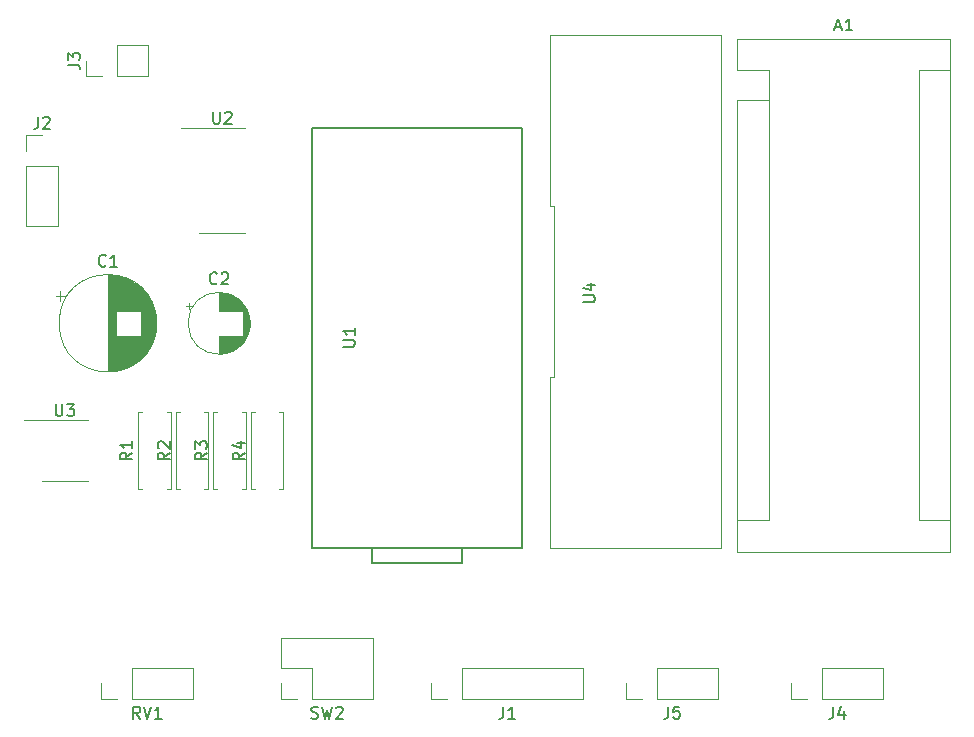
<source format=gbr>
%TF.GenerationSoftware,KiCad,Pcbnew,5.1.10*%
%TF.CreationDate,2021-07-23T12:05:05+02:00*%
%TF.ProjectId,kicad,6b696361-642e-46b6-9963-61645f706362,rev?*%
%TF.SameCoordinates,Original*%
%TF.FileFunction,Legend,Top*%
%TF.FilePolarity,Positive*%
%FSLAX46Y46*%
G04 Gerber Fmt 4.6, Leading zero omitted, Abs format (unit mm)*
G04 Created by KiCad (PCBNEW 5.1.10) date 2021-07-23 12:05:05*
%MOMM*%
%LPD*%
G01*
G04 APERTURE LIST*
%ADD10C,0.150000*%
%ADD11C,0.120000*%
G04 APERTURE END LIST*
D10*
%TO.C,U1*%
X151130000Y-68523400D02*
X168910000Y-68523400D01*
X168910000Y-68523400D02*
X168910000Y-32963400D01*
X168910000Y-32963400D02*
X151130000Y-32963400D01*
X151130000Y-32963400D02*
X151130000Y-68523400D01*
X156210000Y-68523400D02*
X156210000Y-69793400D01*
X156210000Y-69793400D02*
X163830000Y-69793400D01*
X163830000Y-69793400D02*
X163830000Y-68523400D01*
D11*
%TO.C,R4*%
X148690000Y-57055000D02*
X148360000Y-57055000D01*
X148690000Y-63595000D02*
X148690000Y-57055000D01*
X148360000Y-63595000D02*
X148690000Y-63595000D01*
X145950000Y-57055000D02*
X146280000Y-57055000D01*
X145950000Y-63595000D02*
X145950000Y-57055000D01*
X146280000Y-63595000D02*
X145950000Y-63595000D01*
%TO.C,R3*%
X145515000Y-57055000D02*
X145185000Y-57055000D01*
X145515000Y-63595000D02*
X145515000Y-57055000D01*
X145185000Y-63595000D02*
X145515000Y-63595000D01*
X142775000Y-57055000D02*
X143105000Y-57055000D01*
X142775000Y-63595000D02*
X142775000Y-57055000D01*
X143105000Y-63595000D02*
X142775000Y-63595000D01*
%TO.C,R2*%
X142340000Y-57055000D02*
X142010000Y-57055000D01*
X142340000Y-63595000D02*
X142340000Y-57055000D01*
X142010000Y-63595000D02*
X142340000Y-63595000D01*
X139600000Y-57055000D02*
X139930000Y-57055000D01*
X139600000Y-63595000D02*
X139600000Y-57055000D01*
X139930000Y-63595000D02*
X139600000Y-63595000D01*
%TO.C,R1*%
X139165000Y-57055000D02*
X138835000Y-57055000D01*
X139165000Y-63595000D02*
X139165000Y-57055000D01*
X138835000Y-63595000D02*
X139165000Y-63595000D01*
X136425000Y-57055000D02*
X136755000Y-57055000D01*
X136425000Y-63595000D02*
X136425000Y-57055000D01*
X136755000Y-63595000D02*
X136425000Y-63595000D01*
%TO.C,SW2*%
X148530000Y-81340000D02*
X148530000Y-80010000D01*
X149860000Y-81340000D02*
X148530000Y-81340000D01*
X148530000Y-78740000D02*
X148530000Y-76140000D01*
X151130000Y-78740000D02*
X148530000Y-78740000D01*
X151130000Y-81340000D02*
X151130000Y-78740000D01*
X148530000Y-76140000D02*
X156270000Y-76140000D01*
X151130000Y-81340000D02*
X156270000Y-81340000D01*
X156270000Y-81340000D02*
X156270000Y-76140000D01*
%TO.C,RV1*%
X133290000Y-81340000D02*
X133290000Y-80010000D01*
X134620000Y-81340000D02*
X133290000Y-81340000D01*
X135890000Y-81340000D02*
X135890000Y-78680000D01*
X135890000Y-78680000D02*
X141030000Y-78680000D01*
X135890000Y-81340000D02*
X141030000Y-81340000D01*
X141030000Y-81340000D02*
X141030000Y-78680000D01*
%TO.C,J5*%
X177740000Y-81340000D02*
X177740000Y-80010000D01*
X179070000Y-81340000D02*
X177740000Y-81340000D01*
X180340000Y-81340000D02*
X180340000Y-78680000D01*
X180340000Y-78680000D02*
X185480000Y-78680000D01*
X180340000Y-81340000D02*
X185480000Y-81340000D01*
X185480000Y-81340000D02*
X185480000Y-78680000D01*
%TO.C,J4*%
X191710000Y-81340000D02*
X191710000Y-80010000D01*
X193040000Y-81340000D02*
X191710000Y-81340000D01*
X194310000Y-81340000D02*
X194310000Y-78680000D01*
X194310000Y-78680000D02*
X199450000Y-78680000D01*
X194310000Y-81340000D02*
X199450000Y-81340000D01*
X199450000Y-81340000D02*
X199450000Y-78680000D01*
%TO.C,J3*%
X132020000Y-28635000D02*
X132020000Y-27305000D01*
X133350000Y-28635000D02*
X132020000Y-28635000D01*
X134620000Y-28635000D02*
X134620000Y-25975000D01*
X134620000Y-25975000D02*
X137220000Y-25975000D01*
X134620000Y-28635000D02*
X137220000Y-28635000D01*
X137220000Y-28635000D02*
X137220000Y-25975000D01*
%TO.C,J2*%
X126940000Y-33595000D02*
X128270000Y-33595000D01*
X126940000Y-34925000D02*
X126940000Y-33595000D01*
X126940000Y-36195000D02*
X129600000Y-36195000D01*
X129600000Y-36195000D02*
X129600000Y-41335000D01*
X126940000Y-36195000D02*
X126940000Y-41335000D01*
X126940000Y-41335000D02*
X129600000Y-41335000D01*
%TO.C,J1*%
X161230000Y-81340000D02*
X161230000Y-80010000D01*
X162560000Y-81340000D02*
X161230000Y-81340000D01*
X163830000Y-81340000D02*
X163830000Y-78680000D01*
X163830000Y-78680000D02*
X174050000Y-78680000D01*
X163830000Y-81340000D02*
X174050000Y-81340000D01*
X174050000Y-81340000D02*
X174050000Y-78680000D01*
%TO.C,U4*%
X171280000Y-54105000D02*
X171280000Y-68585000D01*
X171640000Y-54105000D02*
X171280000Y-54105000D01*
X171640000Y-39625000D02*
X171640000Y-54105000D01*
X171280000Y-39625000D02*
X171640000Y-39625000D01*
X171280001Y-25145000D02*
X171280000Y-39625000D01*
X185780000Y-25145000D02*
X171280001Y-25145000D01*
X185779999Y-68585000D02*
X185780000Y-25145000D01*
X171280000Y-68585000D02*
X185779999Y-68585000D01*
%TO.C,U3*%
X130175000Y-57765000D02*
X126725000Y-57765000D01*
X130175000Y-57765000D02*
X132125000Y-57765000D01*
X130175000Y-62885000D02*
X128225000Y-62885000D01*
X130175000Y-62885000D02*
X132125000Y-62885000D01*
%TO.C,U2*%
X143510000Y-33030000D02*
X140060000Y-33030000D01*
X143510000Y-33030000D02*
X145460000Y-33030000D01*
X143510000Y-41900000D02*
X141560000Y-41900000D01*
X143510000Y-41900000D02*
X145460000Y-41900000D01*
%TO.C,C2*%
X145860000Y-49530000D02*
G75*
G03*
X145860000Y-49530000I-2620000J0D01*
G01*
X143240000Y-50570000D02*
X143240000Y-52110000D01*
X143240000Y-46950000D02*
X143240000Y-48490000D01*
X143280000Y-50570000D02*
X143280000Y-52110000D01*
X143280000Y-46950000D02*
X143280000Y-48490000D01*
X143320000Y-46951000D02*
X143320000Y-48490000D01*
X143320000Y-50570000D02*
X143320000Y-52109000D01*
X143360000Y-46952000D02*
X143360000Y-48490000D01*
X143360000Y-50570000D02*
X143360000Y-52108000D01*
X143400000Y-46954000D02*
X143400000Y-48490000D01*
X143400000Y-50570000D02*
X143400000Y-52106000D01*
X143440000Y-46957000D02*
X143440000Y-48490000D01*
X143440000Y-50570000D02*
X143440000Y-52103000D01*
X143480000Y-46961000D02*
X143480000Y-48490000D01*
X143480000Y-50570000D02*
X143480000Y-52099000D01*
X143520000Y-46965000D02*
X143520000Y-48490000D01*
X143520000Y-50570000D02*
X143520000Y-52095000D01*
X143560000Y-46969000D02*
X143560000Y-48490000D01*
X143560000Y-50570000D02*
X143560000Y-52091000D01*
X143600000Y-46974000D02*
X143600000Y-48490000D01*
X143600000Y-50570000D02*
X143600000Y-52086000D01*
X143640000Y-46980000D02*
X143640000Y-48490000D01*
X143640000Y-50570000D02*
X143640000Y-52080000D01*
X143680000Y-46987000D02*
X143680000Y-48490000D01*
X143680000Y-50570000D02*
X143680000Y-52073000D01*
X143720000Y-46994000D02*
X143720000Y-48490000D01*
X143720000Y-50570000D02*
X143720000Y-52066000D01*
X143760000Y-47002000D02*
X143760000Y-48490000D01*
X143760000Y-50570000D02*
X143760000Y-52058000D01*
X143800000Y-47010000D02*
X143800000Y-48490000D01*
X143800000Y-50570000D02*
X143800000Y-52050000D01*
X143840000Y-47019000D02*
X143840000Y-48490000D01*
X143840000Y-50570000D02*
X143840000Y-52041000D01*
X143880000Y-47029000D02*
X143880000Y-48490000D01*
X143880000Y-50570000D02*
X143880000Y-52031000D01*
X143920000Y-47039000D02*
X143920000Y-48490000D01*
X143920000Y-50570000D02*
X143920000Y-52021000D01*
X143961000Y-47050000D02*
X143961000Y-48490000D01*
X143961000Y-50570000D02*
X143961000Y-52010000D01*
X144001000Y-47062000D02*
X144001000Y-48490000D01*
X144001000Y-50570000D02*
X144001000Y-51998000D01*
X144041000Y-47075000D02*
X144041000Y-48490000D01*
X144041000Y-50570000D02*
X144041000Y-51985000D01*
X144081000Y-47088000D02*
X144081000Y-48490000D01*
X144081000Y-50570000D02*
X144081000Y-51972000D01*
X144121000Y-47102000D02*
X144121000Y-48490000D01*
X144121000Y-50570000D02*
X144121000Y-51958000D01*
X144161000Y-47116000D02*
X144161000Y-48490000D01*
X144161000Y-50570000D02*
X144161000Y-51944000D01*
X144201000Y-47132000D02*
X144201000Y-48490000D01*
X144201000Y-50570000D02*
X144201000Y-51928000D01*
X144241000Y-47148000D02*
X144241000Y-48490000D01*
X144241000Y-50570000D02*
X144241000Y-51912000D01*
X144281000Y-47165000D02*
X144281000Y-48490000D01*
X144281000Y-50570000D02*
X144281000Y-51895000D01*
X144321000Y-47182000D02*
X144321000Y-48490000D01*
X144321000Y-50570000D02*
X144321000Y-51878000D01*
X144361000Y-47201000D02*
X144361000Y-48490000D01*
X144361000Y-50570000D02*
X144361000Y-51859000D01*
X144401000Y-47220000D02*
X144401000Y-48490000D01*
X144401000Y-50570000D02*
X144401000Y-51840000D01*
X144441000Y-47240000D02*
X144441000Y-48490000D01*
X144441000Y-50570000D02*
X144441000Y-51820000D01*
X144481000Y-47262000D02*
X144481000Y-48490000D01*
X144481000Y-50570000D02*
X144481000Y-51798000D01*
X144521000Y-47283000D02*
X144521000Y-48490000D01*
X144521000Y-50570000D02*
X144521000Y-51777000D01*
X144561000Y-47306000D02*
X144561000Y-48490000D01*
X144561000Y-50570000D02*
X144561000Y-51754000D01*
X144601000Y-47330000D02*
X144601000Y-48490000D01*
X144601000Y-50570000D02*
X144601000Y-51730000D01*
X144641000Y-47355000D02*
X144641000Y-48490000D01*
X144641000Y-50570000D02*
X144641000Y-51705000D01*
X144681000Y-47381000D02*
X144681000Y-48490000D01*
X144681000Y-50570000D02*
X144681000Y-51679000D01*
X144721000Y-47408000D02*
X144721000Y-48490000D01*
X144721000Y-50570000D02*
X144721000Y-51652000D01*
X144761000Y-47435000D02*
X144761000Y-48490000D01*
X144761000Y-50570000D02*
X144761000Y-51625000D01*
X144801000Y-47465000D02*
X144801000Y-48490000D01*
X144801000Y-50570000D02*
X144801000Y-51595000D01*
X144841000Y-47495000D02*
X144841000Y-48490000D01*
X144841000Y-50570000D02*
X144841000Y-51565000D01*
X144881000Y-47526000D02*
X144881000Y-48490000D01*
X144881000Y-50570000D02*
X144881000Y-51534000D01*
X144921000Y-47559000D02*
X144921000Y-48490000D01*
X144921000Y-50570000D02*
X144921000Y-51501000D01*
X144961000Y-47593000D02*
X144961000Y-48490000D01*
X144961000Y-50570000D02*
X144961000Y-51467000D01*
X145001000Y-47629000D02*
X145001000Y-48490000D01*
X145001000Y-50570000D02*
X145001000Y-51431000D01*
X145041000Y-47666000D02*
X145041000Y-48490000D01*
X145041000Y-50570000D02*
X145041000Y-51394000D01*
X145081000Y-47704000D02*
X145081000Y-48490000D01*
X145081000Y-50570000D02*
X145081000Y-51356000D01*
X145121000Y-47745000D02*
X145121000Y-48490000D01*
X145121000Y-50570000D02*
X145121000Y-51315000D01*
X145161000Y-47787000D02*
X145161000Y-48490000D01*
X145161000Y-50570000D02*
X145161000Y-51273000D01*
X145201000Y-47831000D02*
X145201000Y-48490000D01*
X145201000Y-50570000D02*
X145201000Y-51229000D01*
X145241000Y-47877000D02*
X145241000Y-48490000D01*
X145241000Y-50570000D02*
X145241000Y-51183000D01*
X145281000Y-47925000D02*
X145281000Y-51135000D01*
X145321000Y-47976000D02*
X145321000Y-51084000D01*
X145361000Y-48030000D02*
X145361000Y-51030000D01*
X145401000Y-48087000D02*
X145401000Y-50973000D01*
X145441000Y-48147000D02*
X145441000Y-50913000D01*
X145481000Y-48211000D02*
X145481000Y-50849000D01*
X145521000Y-48279000D02*
X145521000Y-50781000D01*
X145561000Y-48352000D02*
X145561000Y-50708000D01*
X145601000Y-48432000D02*
X145601000Y-50628000D01*
X145641000Y-48519000D02*
X145641000Y-50541000D01*
X145681000Y-48615000D02*
X145681000Y-50445000D01*
X145721000Y-48725000D02*
X145721000Y-50335000D01*
X145761000Y-48853000D02*
X145761000Y-50207000D01*
X145801000Y-49012000D02*
X145801000Y-50048000D01*
X145841000Y-49246000D02*
X145841000Y-49814000D01*
X140435225Y-48055000D02*
X140935225Y-48055000D01*
X140685225Y-47805000D02*
X140685225Y-48305000D01*
%TO.C,C1*%
X129820302Y-46815000D02*
X129820302Y-47615000D01*
X129420302Y-47215000D02*
X130220302Y-47215000D01*
X137911000Y-48997000D02*
X137911000Y-50063000D01*
X137871000Y-48762000D02*
X137871000Y-50298000D01*
X137831000Y-48582000D02*
X137831000Y-50478000D01*
X137791000Y-48432000D02*
X137791000Y-50628000D01*
X137751000Y-48301000D02*
X137751000Y-50759000D01*
X137711000Y-48184000D02*
X137711000Y-50876000D01*
X137671000Y-48077000D02*
X137671000Y-50983000D01*
X137631000Y-47978000D02*
X137631000Y-51082000D01*
X137591000Y-47885000D02*
X137591000Y-51175000D01*
X137551000Y-47799000D02*
X137551000Y-51261000D01*
X137511000Y-47717000D02*
X137511000Y-51343000D01*
X137471000Y-47640000D02*
X137471000Y-51420000D01*
X137431000Y-47566000D02*
X137431000Y-51494000D01*
X137391000Y-47496000D02*
X137391000Y-51564000D01*
X137351000Y-47428000D02*
X137351000Y-51632000D01*
X137311000Y-47364000D02*
X137311000Y-51696000D01*
X137271000Y-47302000D02*
X137271000Y-51758000D01*
X137231000Y-47243000D02*
X137231000Y-51817000D01*
X137191000Y-47185000D02*
X137191000Y-51875000D01*
X137151000Y-47130000D02*
X137151000Y-51930000D01*
X137111000Y-47076000D02*
X137111000Y-51984000D01*
X137071000Y-47025000D02*
X137071000Y-52035000D01*
X137031000Y-46974000D02*
X137031000Y-52086000D01*
X136991000Y-46926000D02*
X136991000Y-52134000D01*
X136951000Y-46879000D02*
X136951000Y-52181000D01*
X136911000Y-46833000D02*
X136911000Y-52227000D01*
X136871000Y-46789000D02*
X136871000Y-52271000D01*
X136831000Y-46746000D02*
X136831000Y-52314000D01*
X136791000Y-46704000D02*
X136791000Y-52356000D01*
X136751000Y-46663000D02*
X136751000Y-52397000D01*
X136711000Y-46623000D02*
X136711000Y-52437000D01*
X136671000Y-46585000D02*
X136671000Y-52475000D01*
X136631000Y-46547000D02*
X136631000Y-52513000D01*
X136591000Y-50570000D02*
X136591000Y-52549000D01*
X136591000Y-46511000D02*
X136591000Y-48490000D01*
X136551000Y-50570000D02*
X136551000Y-52585000D01*
X136551000Y-46475000D02*
X136551000Y-48490000D01*
X136511000Y-50570000D02*
X136511000Y-52620000D01*
X136511000Y-46440000D02*
X136511000Y-48490000D01*
X136471000Y-50570000D02*
X136471000Y-52654000D01*
X136471000Y-46406000D02*
X136471000Y-48490000D01*
X136431000Y-50570000D02*
X136431000Y-52686000D01*
X136431000Y-46374000D02*
X136431000Y-48490000D01*
X136391000Y-50570000D02*
X136391000Y-52719000D01*
X136391000Y-46341000D02*
X136391000Y-48490000D01*
X136351000Y-50570000D02*
X136351000Y-52750000D01*
X136351000Y-46310000D02*
X136351000Y-48490000D01*
X136311000Y-50570000D02*
X136311000Y-52780000D01*
X136311000Y-46280000D02*
X136311000Y-48490000D01*
X136271000Y-50570000D02*
X136271000Y-52810000D01*
X136271000Y-46250000D02*
X136271000Y-48490000D01*
X136231000Y-50570000D02*
X136231000Y-52839000D01*
X136231000Y-46221000D02*
X136231000Y-48490000D01*
X136191000Y-50570000D02*
X136191000Y-52868000D01*
X136191000Y-46192000D02*
X136191000Y-48490000D01*
X136151000Y-50570000D02*
X136151000Y-52895000D01*
X136151000Y-46165000D02*
X136151000Y-48490000D01*
X136111000Y-50570000D02*
X136111000Y-52922000D01*
X136111000Y-46138000D02*
X136111000Y-48490000D01*
X136071000Y-50570000D02*
X136071000Y-52948000D01*
X136071000Y-46112000D02*
X136071000Y-48490000D01*
X136031000Y-50570000D02*
X136031000Y-52974000D01*
X136031000Y-46086000D02*
X136031000Y-48490000D01*
X135991000Y-50570000D02*
X135991000Y-52999000D01*
X135991000Y-46061000D02*
X135991000Y-48490000D01*
X135951000Y-50570000D02*
X135951000Y-53023000D01*
X135951000Y-46037000D02*
X135951000Y-48490000D01*
X135911000Y-50570000D02*
X135911000Y-53047000D01*
X135911000Y-46013000D02*
X135911000Y-48490000D01*
X135871000Y-50570000D02*
X135871000Y-53070000D01*
X135871000Y-45990000D02*
X135871000Y-48490000D01*
X135831000Y-50570000D02*
X135831000Y-53092000D01*
X135831000Y-45968000D02*
X135831000Y-48490000D01*
X135791000Y-50570000D02*
X135791000Y-53114000D01*
X135791000Y-45946000D02*
X135791000Y-48490000D01*
X135751000Y-50570000D02*
X135751000Y-53136000D01*
X135751000Y-45924000D02*
X135751000Y-48490000D01*
X135711000Y-50570000D02*
X135711000Y-53157000D01*
X135711000Y-45903000D02*
X135711000Y-48490000D01*
X135671000Y-50570000D02*
X135671000Y-53177000D01*
X135671000Y-45883000D02*
X135671000Y-48490000D01*
X135631000Y-50570000D02*
X135631000Y-53196000D01*
X135631000Y-45864000D02*
X135631000Y-48490000D01*
X135591000Y-50570000D02*
X135591000Y-53216000D01*
X135591000Y-45844000D02*
X135591000Y-48490000D01*
X135551000Y-50570000D02*
X135551000Y-53234000D01*
X135551000Y-45826000D02*
X135551000Y-48490000D01*
X135511000Y-50570000D02*
X135511000Y-53252000D01*
X135511000Y-45808000D02*
X135511000Y-48490000D01*
X135471000Y-50570000D02*
X135471000Y-53270000D01*
X135471000Y-45790000D02*
X135471000Y-48490000D01*
X135431000Y-50570000D02*
X135431000Y-53287000D01*
X135431000Y-45773000D02*
X135431000Y-48490000D01*
X135391000Y-50570000D02*
X135391000Y-53304000D01*
X135391000Y-45756000D02*
X135391000Y-48490000D01*
X135351000Y-50570000D02*
X135351000Y-53320000D01*
X135351000Y-45740000D02*
X135351000Y-48490000D01*
X135311000Y-50570000D02*
X135311000Y-53335000D01*
X135311000Y-45725000D02*
X135311000Y-48490000D01*
X135271000Y-50570000D02*
X135271000Y-53351000D01*
X135271000Y-45709000D02*
X135271000Y-48490000D01*
X135231000Y-50570000D02*
X135231000Y-53365000D01*
X135231000Y-45695000D02*
X135231000Y-48490000D01*
X135191000Y-50570000D02*
X135191000Y-53380000D01*
X135191000Y-45680000D02*
X135191000Y-48490000D01*
X135151000Y-50570000D02*
X135151000Y-53393000D01*
X135151000Y-45667000D02*
X135151000Y-48490000D01*
X135111000Y-50570000D02*
X135111000Y-53407000D01*
X135111000Y-45653000D02*
X135111000Y-48490000D01*
X135071000Y-50570000D02*
X135071000Y-53419000D01*
X135071000Y-45641000D02*
X135071000Y-48490000D01*
X135031000Y-50570000D02*
X135031000Y-53432000D01*
X135031000Y-45628000D02*
X135031000Y-48490000D01*
X134991000Y-50570000D02*
X134991000Y-53444000D01*
X134991000Y-45616000D02*
X134991000Y-48490000D01*
X134951000Y-50570000D02*
X134951000Y-53455000D01*
X134951000Y-45605000D02*
X134951000Y-48490000D01*
X134911000Y-50570000D02*
X134911000Y-53466000D01*
X134911000Y-45594000D02*
X134911000Y-48490000D01*
X134871000Y-50570000D02*
X134871000Y-53477000D01*
X134871000Y-45583000D02*
X134871000Y-48490000D01*
X134831000Y-50570000D02*
X134831000Y-53487000D01*
X134831000Y-45573000D02*
X134831000Y-48490000D01*
X134791000Y-50570000D02*
X134791000Y-53497000D01*
X134791000Y-45563000D02*
X134791000Y-48490000D01*
X134751000Y-50570000D02*
X134751000Y-53506000D01*
X134751000Y-45554000D02*
X134751000Y-48490000D01*
X134711000Y-50570000D02*
X134711000Y-53515000D01*
X134711000Y-45545000D02*
X134711000Y-48490000D01*
X134671000Y-50570000D02*
X134671000Y-53524000D01*
X134671000Y-45536000D02*
X134671000Y-48490000D01*
X134631000Y-50570000D02*
X134631000Y-53532000D01*
X134631000Y-45528000D02*
X134631000Y-48490000D01*
X134591000Y-50570000D02*
X134591000Y-53540000D01*
X134591000Y-45520000D02*
X134591000Y-48490000D01*
X134551000Y-50570000D02*
X134551000Y-53547000D01*
X134551000Y-45513000D02*
X134551000Y-48490000D01*
X134510000Y-45506000D02*
X134510000Y-53554000D01*
X134470000Y-45500000D02*
X134470000Y-53560000D01*
X134430000Y-45493000D02*
X134430000Y-53567000D01*
X134390000Y-45488000D02*
X134390000Y-53572000D01*
X134350000Y-45482000D02*
X134350000Y-53578000D01*
X134310000Y-45478000D02*
X134310000Y-53582000D01*
X134270000Y-45473000D02*
X134270000Y-53587000D01*
X134230000Y-45469000D02*
X134230000Y-53591000D01*
X134190000Y-45465000D02*
X134190000Y-53595000D01*
X134150000Y-45462000D02*
X134150000Y-53598000D01*
X134110000Y-45459000D02*
X134110000Y-53601000D01*
X134070000Y-45456000D02*
X134070000Y-53604000D01*
X134030000Y-45454000D02*
X134030000Y-53606000D01*
X133990000Y-45453000D02*
X133990000Y-53607000D01*
X133950000Y-45451000D02*
X133950000Y-53609000D01*
X133910000Y-45450000D02*
X133910000Y-53610000D01*
X133870000Y-45450000D02*
X133870000Y-53610000D01*
X133830000Y-45450000D02*
X133830000Y-53610000D01*
X137950000Y-49530000D02*
G75*
G03*
X137950000Y-49530000I-4120000J0D01*
G01*
%TO.C,A1*%
X205170000Y-25425000D02*
X187130000Y-25425000D01*
X205170000Y-68865000D02*
X205170000Y-25425000D01*
X187130000Y-68865000D02*
X205170000Y-68865000D01*
X189800000Y-66195000D02*
X187130000Y-66195000D01*
X189800000Y-30635000D02*
X189800000Y-66195000D01*
X189800000Y-30635000D02*
X187130000Y-30635000D01*
X202500000Y-66195000D02*
X205170000Y-66195000D01*
X202500000Y-28095000D02*
X202500000Y-66195000D01*
X202500000Y-28095000D02*
X205170000Y-28095000D01*
X187130000Y-25425000D02*
X187130000Y-28095000D01*
X187130000Y-30635000D02*
X187130000Y-68865000D01*
X189800000Y-28095000D02*
X187130000Y-28095000D01*
X189800000Y-30635000D02*
X189800000Y-28095000D01*
%TO.C,U1*%
D10*
X153757380Y-51505304D02*
X154566904Y-51505304D01*
X154662142Y-51457685D01*
X154709761Y-51410066D01*
X154757380Y-51314828D01*
X154757380Y-51124352D01*
X154709761Y-51029114D01*
X154662142Y-50981495D01*
X154566904Y-50933876D01*
X153757380Y-50933876D01*
X154757380Y-49933876D02*
X154757380Y-50505304D01*
X154757380Y-50219590D02*
X153757380Y-50219590D01*
X153900238Y-50314828D01*
X153995476Y-50410066D01*
X154043095Y-50505304D01*
%TO.C,R4*%
X145402380Y-60491666D02*
X144926190Y-60825000D01*
X145402380Y-61063095D02*
X144402380Y-61063095D01*
X144402380Y-60682142D01*
X144450000Y-60586904D01*
X144497619Y-60539285D01*
X144592857Y-60491666D01*
X144735714Y-60491666D01*
X144830952Y-60539285D01*
X144878571Y-60586904D01*
X144926190Y-60682142D01*
X144926190Y-61063095D01*
X144735714Y-59634523D02*
X145402380Y-59634523D01*
X144354761Y-59872619D02*
X145069047Y-60110714D01*
X145069047Y-59491666D01*
%TO.C,R3*%
X142227380Y-60491666D02*
X141751190Y-60825000D01*
X142227380Y-61063095D02*
X141227380Y-61063095D01*
X141227380Y-60682142D01*
X141275000Y-60586904D01*
X141322619Y-60539285D01*
X141417857Y-60491666D01*
X141560714Y-60491666D01*
X141655952Y-60539285D01*
X141703571Y-60586904D01*
X141751190Y-60682142D01*
X141751190Y-61063095D01*
X141227380Y-60158333D02*
X141227380Y-59539285D01*
X141608333Y-59872619D01*
X141608333Y-59729761D01*
X141655952Y-59634523D01*
X141703571Y-59586904D01*
X141798809Y-59539285D01*
X142036904Y-59539285D01*
X142132142Y-59586904D01*
X142179761Y-59634523D01*
X142227380Y-59729761D01*
X142227380Y-60015476D01*
X142179761Y-60110714D01*
X142132142Y-60158333D01*
%TO.C,R2*%
X139052380Y-60491666D02*
X138576190Y-60825000D01*
X139052380Y-61063095D02*
X138052380Y-61063095D01*
X138052380Y-60682142D01*
X138100000Y-60586904D01*
X138147619Y-60539285D01*
X138242857Y-60491666D01*
X138385714Y-60491666D01*
X138480952Y-60539285D01*
X138528571Y-60586904D01*
X138576190Y-60682142D01*
X138576190Y-61063095D01*
X138147619Y-60110714D02*
X138100000Y-60063095D01*
X138052380Y-59967857D01*
X138052380Y-59729761D01*
X138100000Y-59634523D01*
X138147619Y-59586904D01*
X138242857Y-59539285D01*
X138338095Y-59539285D01*
X138480952Y-59586904D01*
X139052380Y-60158333D01*
X139052380Y-59539285D01*
%TO.C,R1*%
X135877380Y-60491666D02*
X135401190Y-60825000D01*
X135877380Y-61063095D02*
X134877380Y-61063095D01*
X134877380Y-60682142D01*
X134925000Y-60586904D01*
X134972619Y-60539285D01*
X135067857Y-60491666D01*
X135210714Y-60491666D01*
X135305952Y-60539285D01*
X135353571Y-60586904D01*
X135401190Y-60682142D01*
X135401190Y-61063095D01*
X135877380Y-59539285D02*
X135877380Y-60110714D01*
X135877380Y-59825000D02*
X134877380Y-59825000D01*
X135020238Y-59920238D01*
X135115476Y-60015476D01*
X135163095Y-60110714D01*
%TO.C,SW2*%
X151066666Y-82954761D02*
X151209523Y-83002380D01*
X151447619Y-83002380D01*
X151542857Y-82954761D01*
X151590476Y-82907142D01*
X151638095Y-82811904D01*
X151638095Y-82716666D01*
X151590476Y-82621428D01*
X151542857Y-82573809D01*
X151447619Y-82526190D01*
X151257142Y-82478571D01*
X151161904Y-82430952D01*
X151114285Y-82383333D01*
X151066666Y-82288095D01*
X151066666Y-82192857D01*
X151114285Y-82097619D01*
X151161904Y-82050000D01*
X151257142Y-82002380D01*
X151495238Y-82002380D01*
X151638095Y-82050000D01*
X151971428Y-82002380D02*
X152209523Y-83002380D01*
X152400000Y-82288095D01*
X152590476Y-83002380D01*
X152828571Y-82002380D01*
X153161904Y-82097619D02*
X153209523Y-82050000D01*
X153304761Y-82002380D01*
X153542857Y-82002380D01*
X153638095Y-82050000D01*
X153685714Y-82097619D01*
X153733333Y-82192857D01*
X153733333Y-82288095D01*
X153685714Y-82430952D01*
X153114285Y-83002380D01*
X153733333Y-83002380D01*
%TO.C,RV1*%
X136564761Y-83002380D02*
X136231428Y-82526190D01*
X135993333Y-83002380D02*
X135993333Y-82002380D01*
X136374285Y-82002380D01*
X136469523Y-82050000D01*
X136517142Y-82097619D01*
X136564761Y-82192857D01*
X136564761Y-82335714D01*
X136517142Y-82430952D01*
X136469523Y-82478571D01*
X136374285Y-82526190D01*
X135993333Y-82526190D01*
X136850476Y-82002380D02*
X137183809Y-83002380D01*
X137517142Y-82002380D01*
X138374285Y-83002380D02*
X137802857Y-83002380D01*
X138088571Y-83002380D02*
X138088571Y-82002380D01*
X137993333Y-82145238D01*
X137898095Y-82240476D01*
X137802857Y-82288095D01*
%TO.C,J5*%
X181276666Y-82002380D02*
X181276666Y-82716666D01*
X181229047Y-82859523D01*
X181133809Y-82954761D01*
X180990952Y-83002380D01*
X180895714Y-83002380D01*
X182229047Y-82002380D02*
X181752857Y-82002380D01*
X181705238Y-82478571D01*
X181752857Y-82430952D01*
X181848095Y-82383333D01*
X182086190Y-82383333D01*
X182181428Y-82430952D01*
X182229047Y-82478571D01*
X182276666Y-82573809D01*
X182276666Y-82811904D01*
X182229047Y-82907142D01*
X182181428Y-82954761D01*
X182086190Y-83002380D01*
X181848095Y-83002380D01*
X181752857Y-82954761D01*
X181705238Y-82907142D01*
%TO.C,J4*%
X195246666Y-82002380D02*
X195246666Y-82716666D01*
X195199047Y-82859523D01*
X195103809Y-82954761D01*
X194960952Y-83002380D01*
X194865714Y-83002380D01*
X196151428Y-82335714D02*
X196151428Y-83002380D01*
X195913333Y-81954761D02*
X195675238Y-82669047D01*
X196294285Y-82669047D01*
%TO.C,J3*%
X130472380Y-27638333D02*
X131186666Y-27638333D01*
X131329523Y-27685952D01*
X131424761Y-27781190D01*
X131472380Y-27924047D01*
X131472380Y-28019285D01*
X130472380Y-27257380D02*
X130472380Y-26638333D01*
X130853333Y-26971666D01*
X130853333Y-26828809D01*
X130900952Y-26733571D01*
X130948571Y-26685952D01*
X131043809Y-26638333D01*
X131281904Y-26638333D01*
X131377142Y-26685952D01*
X131424761Y-26733571D01*
X131472380Y-26828809D01*
X131472380Y-27114523D01*
X131424761Y-27209761D01*
X131377142Y-27257380D01*
%TO.C,J2*%
X127936666Y-32047380D02*
X127936666Y-32761666D01*
X127889047Y-32904523D01*
X127793809Y-32999761D01*
X127650952Y-33047380D01*
X127555714Y-33047380D01*
X128365238Y-32142619D02*
X128412857Y-32095000D01*
X128508095Y-32047380D01*
X128746190Y-32047380D01*
X128841428Y-32095000D01*
X128889047Y-32142619D01*
X128936666Y-32237857D01*
X128936666Y-32333095D01*
X128889047Y-32475952D01*
X128317619Y-33047380D01*
X128936666Y-33047380D01*
%TO.C,J1*%
X167306666Y-82002380D02*
X167306666Y-82716666D01*
X167259047Y-82859523D01*
X167163809Y-82954761D01*
X167020952Y-83002380D01*
X166925714Y-83002380D01*
X168306666Y-83002380D02*
X167735238Y-83002380D01*
X168020952Y-83002380D02*
X168020952Y-82002380D01*
X167925714Y-82145238D01*
X167830476Y-82240476D01*
X167735238Y-82288095D01*
%TO.C,U4*%
X174077380Y-47751904D02*
X174886904Y-47751904D01*
X174982142Y-47704285D01*
X175029761Y-47656666D01*
X175077380Y-47561428D01*
X175077380Y-47370952D01*
X175029761Y-47275714D01*
X174982142Y-47228095D01*
X174886904Y-47180476D01*
X174077380Y-47180476D01*
X174410714Y-46275714D02*
X175077380Y-46275714D01*
X174029761Y-46513809D02*
X174744047Y-46751904D01*
X174744047Y-46132857D01*
%TO.C,U3*%
X129413095Y-56377380D02*
X129413095Y-57186904D01*
X129460714Y-57282142D01*
X129508333Y-57329761D01*
X129603571Y-57377380D01*
X129794047Y-57377380D01*
X129889285Y-57329761D01*
X129936904Y-57282142D01*
X129984523Y-57186904D01*
X129984523Y-56377380D01*
X130365476Y-56377380D02*
X130984523Y-56377380D01*
X130651190Y-56758333D01*
X130794047Y-56758333D01*
X130889285Y-56805952D01*
X130936904Y-56853571D01*
X130984523Y-56948809D01*
X130984523Y-57186904D01*
X130936904Y-57282142D01*
X130889285Y-57329761D01*
X130794047Y-57377380D01*
X130508333Y-57377380D01*
X130413095Y-57329761D01*
X130365476Y-57282142D01*
%TO.C,U2*%
X142748095Y-31637380D02*
X142748095Y-32446904D01*
X142795714Y-32542142D01*
X142843333Y-32589761D01*
X142938571Y-32637380D01*
X143129047Y-32637380D01*
X143224285Y-32589761D01*
X143271904Y-32542142D01*
X143319523Y-32446904D01*
X143319523Y-31637380D01*
X143748095Y-31732619D02*
X143795714Y-31685000D01*
X143890952Y-31637380D01*
X144129047Y-31637380D01*
X144224285Y-31685000D01*
X144271904Y-31732619D01*
X144319523Y-31827857D01*
X144319523Y-31923095D01*
X144271904Y-32065952D01*
X143700476Y-32637380D01*
X144319523Y-32637380D01*
%TO.C,C2*%
X143073333Y-46137142D02*
X143025714Y-46184761D01*
X142882857Y-46232380D01*
X142787619Y-46232380D01*
X142644761Y-46184761D01*
X142549523Y-46089523D01*
X142501904Y-45994285D01*
X142454285Y-45803809D01*
X142454285Y-45660952D01*
X142501904Y-45470476D01*
X142549523Y-45375238D01*
X142644761Y-45280000D01*
X142787619Y-45232380D01*
X142882857Y-45232380D01*
X143025714Y-45280000D01*
X143073333Y-45327619D01*
X143454285Y-45327619D02*
X143501904Y-45280000D01*
X143597142Y-45232380D01*
X143835238Y-45232380D01*
X143930476Y-45280000D01*
X143978095Y-45327619D01*
X144025714Y-45422857D01*
X144025714Y-45518095D01*
X143978095Y-45660952D01*
X143406666Y-46232380D01*
X144025714Y-46232380D01*
%TO.C,C1*%
X133663333Y-44637142D02*
X133615714Y-44684761D01*
X133472857Y-44732380D01*
X133377619Y-44732380D01*
X133234761Y-44684761D01*
X133139523Y-44589523D01*
X133091904Y-44494285D01*
X133044285Y-44303809D01*
X133044285Y-44160952D01*
X133091904Y-43970476D01*
X133139523Y-43875238D01*
X133234761Y-43780000D01*
X133377619Y-43732380D01*
X133472857Y-43732380D01*
X133615714Y-43780000D01*
X133663333Y-43827619D01*
X134615714Y-44732380D02*
X134044285Y-44732380D01*
X134330000Y-44732380D02*
X134330000Y-43732380D01*
X134234761Y-43875238D01*
X134139523Y-43970476D01*
X134044285Y-44018095D01*
%TO.C,A1*%
X195435714Y-24451666D02*
X195911904Y-24451666D01*
X195340476Y-24737380D02*
X195673809Y-23737380D01*
X196007142Y-24737380D01*
X196864285Y-24737380D02*
X196292857Y-24737380D01*
X196578571Y-24737380D02*
X196578571Y-23737380D01*
X196483333Y-23880238D01*
X196388095Y-23975476D01*
X196292857Y-24023095D01*
%TD*%
M02*

</source>
